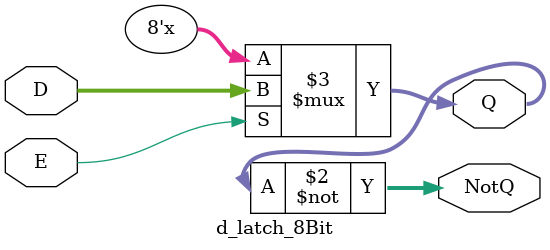
<source format=v>
module d_latch_8Bit(
    input [7:0]D,
    input E,
    output reg [7:0] Q, 
    output [7:0] NotQ
);
    
    always @(E,D) begin
            if(E)
                Q <= D;
    end
    
    assign NotQ = ~Q;
            
endmodule

</source>
